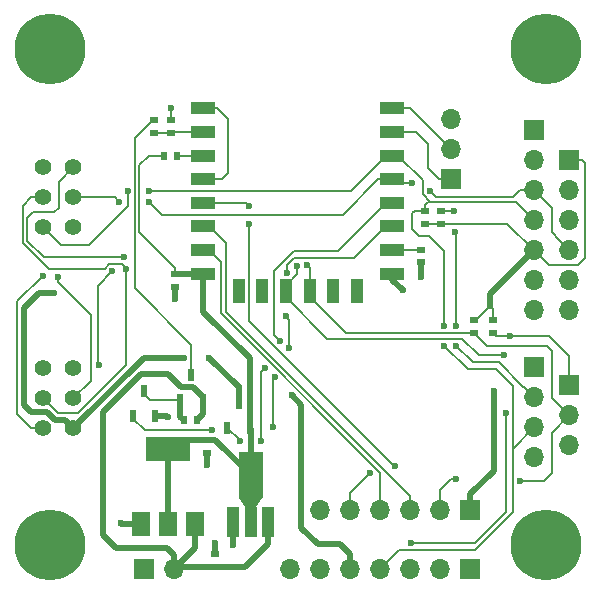
<source format=gbr>
G04 #@! TF.FileFunction,Copper,L1,Top,Signal*
%FSLAX46Y46*%
G04 Gerber Fmt 4.6, Leading zero omitted, Abs format (unit mm)*
G04 Created by KiCad (PCBNEW 4.0.2+dfsg1-stable) date Sa 30 Sep 2017 16:39:42 CEST*
%MOMM*%
G01*
G04 APERTURE LIST*
%ADD10C,0.100000*%
%ADD11R,0.698500X0.599440*%
%ADD12C,6.000000*%
%ADD13R,1.700000X1.700000*%
%ADD14O,1.700000X1.700000*%
%ADD15R,0.599440X1.000760*%
%ADD16R,0.599440X0.698500*%
%ADD17R,2.000000X1.000000*%
%ADD18R,1.000000X2.000000*%
%ADD19R,1.000000X2.500000*%
%ADD20R,2.000000X4.000000*%
%ADD21R,3.800000X2.000000*%
%ADD22R,1.500000X2.000000*%
%ADD23C,1.422400*%
%ADD24C,0.600000*%
%ADD25C,0.500000*%
%ADD26C,0.200000*%
G04 APERTURE END LIST*
D10*
D11*
X114600000Y-74100000D03*
X114600000Y-73002720D03*
X118000000Y-96751360D03*
X118000000Y-97848640D03*
X117300000Y-88148640D03*
X117300000Y-87051360D03*
D12*
X104000000Y-54000000D03*
X146000000Y-54000000D03*
X146000000Y-96000000D03*
X104000000Y-96000000D03*
D13*
X138000000Y-65000000D03*
D14*
X138000000Y-62460000D03*
X138000000Y-59920000D03*
D13*
X148000000Y-82460000D03*
D14*
X148000000Y-85000000D03*
X148000000Y-87540000D03*
D13*
X145000000Y-80920000D03*
D14*
X145000000Y-83460000D03*
X145000000Y-86000000D03*
X145000000Y-88540000D03*
D13*
X148000000Y-63380000D03*
D14*
X148000000Y-65920000D03*
X148000000Y-68460000D03*
X148000000Y-71000000D03*
X148000000Y-73540000D03*
X148000000Y-76080000D03*
D13*
X145000000Y-60840000D03*
D14*
X145000000Y-63380000D03*
X145000000Y-65920000D03*
X145000000Y-68460000D03*
X145000000Y-71000000D03*
X145000000Y-73540000D03*
X145000000Y-76080000D03*
D13*
X139620000Y-93000000D03*
D14*
X137080000Y-93000000D03*
X134540000Y-93000000D03*
X132000000Y-93000000D03*
X129460000Y-93000000D03*
X126920000Y-93000000D03*
D13*
X139620000Y-98000000D03*
D14*
X137080000Y-98000000D03*
X134540000Y-98000000D03*
X132000000Y-98000000D03*
X129460000Y-98000000D03*
X126920000Y-98000000D03*
X124380000Y-98000000D03*
D13*
X112000000Y-98000000D03*
D14*
X114540000Y-98000000D03*
D15*
X111047500Y-85056640D03*
X112000000Y-82943360D03*
X112952500Y-85056640D03*
X115047500Y-83656640D03*
X116000000Y-81543360D03*
X116952500Y-83656640D03*
X119047500Y-86056640D03*
X120000000Y-83943360D03*
X120952500Y-86056640D03*
D11*
X135400000Y-72048640D03*
X135400000Y-70951360D03*
X112800000Y-61048640D03*
X112800000Y-59951360D03*
D16*
X113651360Y-63000000D03*
X114748640Y-63000000D03*
D11*
X114300000Y-59951360D03*
X114300000Y-61048640D03*
X139900000Y-78048640D03*
X139900000Y-76951360D03*
X141500000Y-78048640D03*
X141500000Y-76951360D03*
D16*
X115351360Y-85400000D03*
X116448640Y-85400000D03*
D11*
X135800000Y-67651360D03*
X135800000Y-68748640D03*
X137100000Y-67651360D03*
X137100000Y-68748640D03*
D17*
X117000000Y-73000000D03*
X117000000Y-71000000D03*
X117000000Y-69000000D03*
X117000000Y-67000000D03*
X117000000Y-65000000D03*
X117000000Y-63000000D03*
X117000000Y-61000000D03*
X117000000Y-59000000D03*
D18*
X120000000Y-74500000D03*
X122000000Y-74500000D03*
X124000000Y-74500000D03*
X126000000Y-74500000D03*
X128000000Y-74500000D03*
X130000000Y-74500000D03*
D17*
X133000000Y-73000000D03*
X133000000Y-71000000D03*
X133000000Y-69000000D03*
X133000000Y-67000000D03*
X133000000Y-65000000D03*
X133000000Y-63000000D03*
X133000000Y-61000000D03*
X133000000Y-59000000D03*
D19*
X119500000Y-93980000D03*
X121000000Y-93980000D03*
X122500000Y-93980000D03*
D20*
X121000000Y-90020000D03*
D10*
G36*
X122000000Y-91995000D02*
X121500000Y-92745000D01*
X120500000Y-92745000D01*
X120000000Y-91995000D01*
X122000000Y-91995000D01*
X122000000Y-91995000D01*
G37*
D21*
X114000000Y-87850000D03*
D22*
X114000000Y-94150000D03*
X116300000Y-94150000D03*
X111700000Y-94150000D03*
D23*
X106000000Y-69080000D03*
X103460000Y-69080000D03*
X106000000Y-66540000D03*
X103460000Y-66540000D03*
X106000000Y-64000000D03*
X103460000Y-64000000D03*
X106000000Y-86080000D03*
X103460000Y-86080000D03*
X106000000Y-83540000D03*
X103460000Y-83540000D03*
X106000000Y-81000000D03*
X103460000Y-81000000D03*
D24*
X118000000Y-95800000D03*
X117300000Y-89200000D03*
X135400000Y-73300000D03*
X133900000Y-74400000D03*
X114600000Y-75100000D03*
X119500000Y-96000000D03*
X110000000Y-94100000D03*
X114000000Y-85100000D03*
X114300000Y-59000000D03*
X141300000Y-75700000D03*
X141600000Y-82900000D03*
X124500000Y-83300000D03*
X120000000Y-82600000D03*
X104400000Y-74600000D03*
X115399980Y-80100000D03*
X117500000Y-80100000D03*
X137400000Y-77400000D03*
X137400000Y-79100000D03*
X103400000Y-73200000D03*
X110599969Y-66000000D03*
X112400020Y-66000000D03*
X142599991Y-84789771D03*
X138300000Y-69500000D03*
X138400000Y-77400000D03*
X138400000Y-79100000D03*
X138200000Y-67700000D03*
X134700000Y-65300000D03*
X136200000Y-66000000D03*
X134600000Y-95799980D03*
X104700000Y-73300000D03*
X112400020Y-66900000D03*
X109900000Y-66900000D03*
X142500000Y-79899980D03*
X110474272Y-72574285D03*
X124975722Y-72324278D03*
X143000000Y-78300000D03*
X143800031Y-90523055D03*
X138400000Y-90400000D03*
X108200000Y-80700000D03*
X109300000Y-72800000D03*
X110300000Y-71600000D03*
X125800000Y-72300000D03*
X131142872Y-89857128D03*
X133200000Y-89300000D03*
X120900000Y-68800000D03*
X120900000Y-67300000D03*
X123042872Y-81757128D03*
X122900020Y-86000000D03*
X124100000Y-72900020D03*
X124000000Y-76600000D03*
X117705083Y-86254765D03*
X124300000Y-79300000D03*
X122242872Y-80957128D03*
X120100000Y-87200000D03*
X121900000Y-87200000D03*
X123500000Y-78700000D03*
D25*
X118000000Y-96751360D02*
X118000000Y-95800000D01*
X117300000Y-88148640D02*
X117300000Y-89200000D01*
X135400000Y-72048640D02*
X135400000Y-73300000D01*
X133000000Y-73000000D02*
X133000000Y-73500000D01*
X133000000Y-73500000D02*
X133900000Y-74400000D01*
X114600000Y-74100000D02*
X114600000Y-75100000D01*
X119500000Y-93980000D02*
X119500000Y-96000000D01*
X111700000Y-94150000D02*
X110050000Y-94150000D01*
X110050000Y-94150000D02*
X110000000Y-94100000D01*
X112952500Y-85056640D02*
X113956640Y-85056640D01*
X113956640Y-85056640D02*
X114000000Y-85100000D01*
D26*
X114300000Y-59951360D02*
X114300000Y-59000000D01*
D25*
X121000000Y-92370000D02*
X121000000Y-90020000D01*
X121000000Y-93980000D02*
X121000000Y-92370000D01*
D26*
X111600000Y-63800000D02*
X112400000Y-63000000D01*
X112400000Y-63000000D02*
X113651360Y-63000000D01*
X111600000Y-69503000D02*
X111600000Y-63800000D01*
X114600000Y-73002720D02*
X114600000Y-72503000D01*
X114600000Y-72503000D02*
X111600000Y-69503000D01*
D25*
X114600000Y-73002720D02*
X116997280Y-73002720D01*
X116997280Y-73002720D02*
X117000000Y-73000000D01*
X120952500Y-80152500D02*
X117000000Y-76200000D01*
X117000000Y-76200000D02*
X117000000Y-73000000D01*
X120952500Y-86056640D02*
X120952500Y-80152500D01*
X114000000Y-94150000D02*
X114000000Y-92650000D01*
X114000000Y-92650000D02*
X114000000Y-87850000D01*
X121000000Y-90020000D02*
X121000000Y-86104140D01*
X121000000Y-86104140D02*
X120952500Y-86056640D01*
X117300000Y-87051360D02*
X118031360Y-87051360D01*
X118031360Y-87051360D02*
X121000000Y-90020000D01*
X117300000Y-87051360D02*
X114798640Y-87051360D01*
X114798640Y-87051360D02*
X114000000Y-87850000D01*
X114540000Y-98000000D02*
X114540000Y-96797919D01*
X114540000Y-96797919D02*
X113942081Y-96200000D01*
X113942081Y-96200000D02*
X109600000Y-96200000D01*
X109600000Y-96200000D02*
X108500000Y-95100000D01*
X108500000Y-95100000D02*
X108500000Y-84700000D01*
X114000000Y-81500000D02*
X115100000Y-82600000D01*
X108500000Y-84700000D02*
X111700000Y-81500000D01*
X116096520Y-82600000D02*
X116952500Y-83455980D01*
X111700000Y-81500000D02*
X114000000Y-81500000D01*
X115100000Y-82600000D02*
X116096520Y-82600000D01*
X116952500Y-83455980D02*
X116952500Y-83656640D01*
X120551360Y-97848640D02*
X122500000Y-95900000D01*
X122500000Y-95900000D02*
X122500000Y-93980000D01*
X118000000Y-97848640D02*
X120551360Y-97848640D01*
X114540000Y-98000000D02*
X116300000Y-96240000D01*
X116300000Y-96240000D02*
X116300000Y-94150000D01*
X118000000Y-97848640D02*
X114691360Y-97848640D01*
X114691360Y-97848640D02*
X114540000Y-98000000D01*
X116952500Y-83656640D02*
X116952500Y-84896140D01*
X116952500Y-84896140D02*
X116448640Y-85400000D01*
D26*
X138000000Y-65000000D02*
X136950000Y-65000000D01*
X136950000Y-65000000D02*
X136000000Y-64050000D01*
X135000000Y-61000000D02*
X133000000Y-61000000D01*
X136000000Y-64050000D02*
X136000000Y-62000000D01*
X136000000Y-62000000D02*
X135000000Y-61000000D01*
X138000000Y-62460000D02*
X134540000Y-59000000D01*
X134540000Y-59000000D02*
X133000000Y-59000000D01*
X137100000Y-68748640D02*
X142748640Y-68748640D01*
X142748640Y-68748640D02*
X145000000Y-71000000D01*
X135800000Y-68748640D02*
X137100000Y-68748640D01*
X139900000Y-76951360D02*
X140048640Y-76951360D01*
X140048640Y-76951360D02*
X141300000Y-75700000D01*
X141500000Y-76951360D02*
X141500000Y-75900000D01*
X141500000Y-75900000D02*
X141300000Y-75700000D01*
X149300000Y-71700000D02*
X149300000Y-63630000D01*
X149300000Y-63630000D02*
X149050000Y-63380000D01*
X149050000Y-63380000D02*
X148000000Y-63380000D01*
X148700000Y-72300000D02*
X149300000Y-71700000D01*
X146300000Y-72300000D02*
X148700000Y-72300000D01*
X145000000Y-71000000D02*
X146300000Y-72300000D01*
D25*
X141300000Y-75700000D02*
X141300000Y-74700000D01*
X141300000Y-74700000D02*
X145000000Y-71000000D01*
X141600000Y-89670000D02*
X141600000Y-82900000D01*
X139620000Y-93000000D02*
X139620000Y-91650000D01*
X139620000Y-91650000D02*
X141600000Y-89670000D01*
X128600000Y-95900000D02*
X129460000Y-96760000D01*
X129460000Y-96760000D02*
X129460000Y-98000000D01*
X126700000Y-95900000D02*
X128600000Y-95900000D01*
X125300000Y-94500000D02*
X126700000Y-95900000D01*
X125300000Y-84100000D02*
X125300000Y-94500000D01*
X124500000Y-83300000D02*
X125300000Y-84100000D01*
X101800000Y-75900000D02*
X103100000Y-74600000D01*
X103100000Y-74600000D02*
X104400000Y-74600000D01*
X101800000Y-84100000D02*
X101800000Y-75900000D01*
X102401201Y-84701201D02*
X101800000Y-84100000D01*
X106000000Y-86080000D02*
X105288801Y-85368801D01*
X105288801Y-85368801D02*
X104467379Y-85368801D01*
X103799779Y-84701201D02*
X102401201Y-84701201D01*
X104467379Y-85368801D02*
X103799779Y-84701201D01*
X111980000Y-80100000D02*
X114975716Y-80100000D01*
X114975716Y-80100000D02*
X115399980Y-80100000D01*
X106000000Y-86080000D02*
X111980000Y-80100000D01*
X120000000Y-83943360D02*
X120000000Y-82600000D01*
X120000000Y-82600000D02*
X117500000Y-80100000D01*
D26*
X134700000Y-67900000D02*
X134948640Y-67651360D01*
X134948640Y-67651360D02*
X135800000Y-67651360D01*
X134700000Y-69200000D02*
X134700000Y-67900000D01*
X135300000Y-69800000D02*
X134700000Y-69200000D01*
X136100000Y-69800000D02*
X135300000Y-69800000D01*
X137400000Y-71100000D02*
X136100000Y-69800000D01*
X137400000Y-77400000D02*
X137400000Y-71100000D01*
X141800000Y-81100000D02*
X139400000Y-81100000D01*
X139400000Y-81100000D02*
X137400000Y-79100000D01*
X143200011Y-82500011D02*
X141800000Y-81100000D01*
X143200011Y-87799989D02*
X143200011Y-82500011D01*
X135800000Y-67651360D02*
X135800000Y-67151640D01*
X135800000Y-67151640D02*
X136051629Y-66900011D01*
X136051629Y-66900011D02*
X136212007Y-66900011D01*
X135599998Y-66288002D02*
X136212007Y-66900011D01*
X135599998Y-65099998D02*
X135599998Y-66288002D01*
X133500000Y-63000000D02*
X135599998Y-65099998D01*
X133000000Y-63000000D02*
X133500000Y-63000000D01*
X144150001Y-67610001D02*
X145000000Y-68460000D01*
X143440011Y-66900011D02*
X144150001Y-67610001D01*
X136212007Y-66900011D02*
X143440011Y-66900011D01*
X133600000Y-96400000D02*
X132849999Y-97150001D01*
X132849999Y-97150001D02*
X132000000Y-98000000D01*
X145000000Y-86000000D02*
X143200011Y-87799989D01*
X143200011Y-87799989D02*
X143200011Y-93165689D01*
X143200011Y-93165689D02*
X139965700Y-96400000D01*
X139965700Y-96400000D02*
X133600000Y-96400000D01*
X144908640Y-68551360D02*
X145000000Y-68460000D01*
X101249989Y-84875777D02*
X102454212Y-86080000D01*
X101249989Y-75350011D02*
X101249989Y-84875777D01*
X103400000Y-73200000D02*
X101249989Y-75350011D01*
X102454212Y-86080000D02*
X103460000Y-86080000D01*
X110599969Y-66424264D02*
X110599969Y-66000000D01*
X110599969Y-67300031D02*
X110599969Y-66424264D01*
X133000000Y-63000000D02*
X132500000Y-63000000D01*
X107300000Y-70600000D02*
X110599969Y-67300031D01*
X103460000Y-69080000D02*
X104980000Y-70600000D01*
X112824284Y-66000000D02*
X112400020Y-66000000D01*
X104980000Y-70600000D02*
X107300000Y-70600000D01*
X132500000Y-63000000D02*
X129500000Y-66000000D01*
X129500000Y-66000000D02*
X112824284Y-66000000D01*
X142599991Y-85214035D02*
X142599991Y-84789771D01*
X142599991Y-93200009D02*
X142599991Y-85214035D01*
X140000020Y-95799980D02*
X142599991Y-93200009D01*
X134600000Y-95799980D02*
X140000020Y-95799980D01*
X138400000Y-77400000D02*
X138400000Y-69600000D01*
X138400000Y-69600000D02*
X138300000Y-69500000D01*
X142000000Y-80500000D02*
X139800000Y-80500000D01*
X139800000Y-80500000D02*
X138400000Y-79100000D01*
X144110001Y-82610001D02*
X142000000Y-80500000D01*
X145000000Y-83460000D02*
X144150001Y-82610001D01*
X144150001Y-82610001D02*
X144110001Y-82610001D01*
X138200000Y-67700000D02*
X137148640Y-67700000D01*
X137148640Y-67700000D02*
X137100000Y-67651360D01*
X134700000Y-65300000D02*
X133300000Y-65300000D01*
X133300000Y-65300000D02*
X133000000Y-65000000D01*
X143217919Y-66500000D02*
X136700000Y-66500000D01*
X136700000Y-66500000D02*
X136200000Y-66000000D01*
X145000000Y-65920000D02*
X143797919Y-65920000D01*
X143797919Y-65920000D02*
X143217919Y-66500000D01*
X145000000Y-65920000D02*
X146500000Y-67420000D01*
X146500000Y-67420000D02*
X146500000Y-69500000D01*
X146500000Y-69500000D02*
X147150001Y-70150001D01*
X147150001Y-70150001D02*
X148000000Y-71000000D01*
X107500000Y-76524264D02*
X107500000Y-82040000D01*
X107500000Y-82040000D02*
X106000000Y-83540000D01*
X104700000Y-73300000D02*
X104700000Y-73724264D01*
X104700000Y-73724264D02*
X107500000Y-76524264D01*
X113500020Y-68000000D02*
X112700019Y-67199999D01*
X112700019Y-67199999D02*
X112400020Y-66900000D01*
X131800000Y-65000000D02*
X128800000Y-68000000D01*
X128800000Y-68000000D02*
X113500020Y-68000000D01*
X133000000Y-65000000D02*
X131800000Y-65000000D01*
X109900000Y-66900000D02*
X109540000Y-66540000D01*
X109540000Y-66540000D02*
X106000000Y-66540000D01*
X144871360Y-66048640D02*
X145000000Y-65920000D01*
X137111998Y-78499998D02*
X138911998Y-78499998D01*
X137111996Y-78500000D02*
X137111998Y-78499998D01*
X127500000Y-78500000D02*
X137111996Y-78500000D01*
X142075736Y-79899980D02*
X142500000Y-79899980D01*
X140311980Y-79899980D02*
X142075736Y-79899980D01*
X124000000Y-75000000D02*
X127500000Y-78500000D01*
X138911998Y-78499998D02*
X140311980Y-79899980D01*
X124000000Y-74500000D02*
X124000000Y-75000000D01*
X110174273Y-72274286D02*
X110474272Y-72574285D01*
X103460000Y-66540000D02*
X102454212Y-66540000D01*
X109011999Y-72199999D02*
X110099986Y-72199999D01*
X110099986Y-72199999D02*
X110174273Y-72274286D01*
X103908585Y-72574285D02*
X108637713Y-72574285D01*
X108637713Y-72574285D02*
X109011999Y-72199999D01*
X101699989Y-67294223D02*
X101699989Y-70365689D01*
X104720000Y-84800000D02*
X106400000Y-84800000D01*
X102454212Y-66540000D02*
X101699989Y-67294223D01*
X103460000Y-83540000D02*
X104720000Y-84800000D01*
X110474272Y-80725728D02*
X110474272Y-72998549D01*
X110474272Y-72998549D02*
X110474272Y-72574285D01*
X101699989Y-70365689D02*
X103908585Y-72574285D01*
X106400000Y-84800000D02*
X110474272Y-80725728D01*
X124975722Y-72748542D02*
X124975722Y-72324278D01*
X124975722Y-73024278D02*
X124975722Y-72748542D01*
X124000000Y-74000000D02*
X124975722Y-73024278D01*
X124000000Y-74500000D02*
X124000000Y-74000000D01*
X146300000Y-78300000D02*
X148000000Y-80000000D01*
X148000000Y-80000000D02*
X148000000Y-82460000D01*
X143000000Y-78300000D02*
X146300000Y-78300000D01*
X143000000Y-78300000D02*
X141751360Y-78300000D01*
X141751360Y-78300000D02*
X141500000Y-78048640D01*
X146500000Y-89900000D02*
X145876945Y-90523055D01*
X145876945Y-90523055D02*
X144224295Y-90523055D01*
X146500000Y-86500000D02*
X146500000Y-89900000D01*
X148000000Y-85000000D02*
X146500000Y-86500000D01*
X144224295Y-90523055D02*
X143800031Y-90523055D01*
X138400000Y-90400000D02*
X137975736Y-90400000D01*
X137975736Y-90400000D02*
X137080000Y-91295736D01*
X137080000Y-91295736D02*
X137080000Y-91797919D01*
X137080000Y-91797919D02*
X137080000Y-93000000D01*
X108100000Y-74000000D02*
X108100000Y-80600000D01*
X108100000Y-80600000D02*
X108200000Y-80700000D01*
X109300000Y-72800000D02*
X108100000Y-74000000D01*
X104800000Y-67400000D02*
X104800000Y-65200000D01*
X104800000Y-65200000D02*
X106000000Y-64000000D01*
X104400000Y-67800000D02*
X104800000Y-67400000D01*
X102600000Y-67800000D02*
X104400000Y-67800000D01*
X102100000Y-68300000D02*
X102600000Y-67800000D01*
X102100000Y-70200000D02*
X102100000Y-68300000D01*
X103500000Y-71600000D02*
X102100000Y-70200000D01*
X110300000Y-71600000D02*
X103500000Y-71600000D01*
X126000000Y-74500000D02*
X126000000Y-72500000D01*
X126000000Y-72500000D02*
X125800000Y-72300000D01*
X139900000Y-78048640D02*
X139949530Y-78048640D01*
X139949530Y-78048640D02*
X141000890Y-79100000D01*
X141000890Y-79100000D02*
X146100000Y-79100000D01*
X146100000Y-79100000D02*
X146500000Y-79500000D01*
X146500000Y-79500000D02*
X146500000Y-83500000D01*
X146500000Y-83500000D02*
X148000000Y-85000000D01*
X126000000Y-74500000D02*
X126000000Y-75000000D01*
X126000000Y-75000000D02*
X129048640Y-78048640D01*
X129048640Y-78048640D02*
X139350750Y-78048640D01*
X139350750Y-78048640D02*
X139900000Y-78048640D01*
X118900011Y-70400011D02*
X118900011Y-76200011D01*
X117000000Y-69000000D02*
X117500000Y-69000000D01*
X117500000Y-69000000D02*
X118900011Y-70400011D01*
X118900011Y-76200011D02*
X134497919Y-91797919D01*
X134497919Y-91797919D02*
X134540000Y-91797919D01*
X134540000Y-91797919D02*
X134540000Y-93000000D01*
X117500000Y-71000000D02*
X118500000Y-72000000D01*
X132000000Y-91797919D02*
X132000000Y-93000000D01*
X118500000Y-72000000D02*
X118500000Y-76365700D01*
X132000000Y-89865700D02*
X132000000Y-91797919D01*
X118500000Y-76365700D02*
X132000000Y-89865700D01*
X117000000Y-71000000D02*
X117500000Y-71000000D01*
X130842873Y-90157127D02*
X131142872Y-89857128D01*
X129460000Y-91540000D02*
X130842873Y-90157127D01*
X129460000Y-93000000D02*
X129460000Y-91540000D01*
X132900001Y-89000001D02*
X133200000Y-89300000D01*
X120900000Y-77000000D02*
X132900001Y-89000001D01*
X120900000Y-68800000D02*
X120900000Y-77000000D01*
X117000000Y-67000000D02*
X120600000Y-67000000D01*
X120600000Y-67000000D02*
X120900000Y-67300000D01*
X122900020Y-81899980D02*
X123042872Y-81757128D01*
X122900020Y-86000000D02*
X122900020Y-81899980D01*
X124100000Y-72475756D02*
X124100000Y-72900020D01*
X124100000Y-72275736D02*
X124100000Y-72475756D01*
X126088004Y-71700000D02*
X126088002Y-71699998D01*
X129800000Y-71700000D02*
X126088004Y-71700000D01*
X132500000Y-69000000D02*
X129800000Y-71700000D01*
X133000000Y-69000000D02*
X132500000Y-69000000D01*
X124675738Y-71699998D02*
X124100000Y-72275736D01*
X126088002Y-71699998D02*
X124675738Y-71699998D01*
X124299999Y-76899999D02*
X124000000Y-76600000D01*
X124300000Y-79300000D02*
X124299999Y-76899999D01*
X117705083Y-86254765D02*
X112044965Y-86254765D01*
X112044965Y-86254765D02*
X111047500Y-85257300D01*
X111047500Y-85257300D02*
X111047500Y-85056640D01*
X115047500Y-83656640D02*
X112512620Y-83656640D01*
X112512620Y-83656640D02*
X112000000Y-83144020D01*
X112000000Y-83144020D02*
X112000000Y-82943360D01*
D25*
X115047500Y-83656640D02*
X115047500Y-85096140D01*
X115047500Y-85096140D02*
X115351360Y-85400000D01*
D26*
X112750470Y-59951360D02*
X112800000Y-59951360D01*
X116000000Y-81543360D02*
X116000000Y-79000000D01*
X111199989Y-74199989D02*
X111199989Y-61501841D01*
X111199989Y-61501841D02*
X112750470Y-59951360D01*
X116000000Y-79000000D02*
X111199989Y-74199989D01*
X121942873Y-81257127D02*
X122242872Y-80957128D01*
X121900000Y-87200000D02*
X121900000Y-81300000D01*
X121900000Y-81300000D02*
X121942873Y-81257127D01*
X120100000Y-87200000D02*
X120100000Y-87109140D01*
X120100000Y-87109140D02*
X119047500Y-86056640D01*
X123000000Y-72800000D02*
X123000000Y-78200000D01*
X123000000Y-78200000D02*
X123500000Y-78700000D01*
X124700000Y-71100000D02*
X123000000Y-72800000D01*
X128400000Y-71100000D02*
X124700000Y-71100000D01*
X133000000Y-67000000D02*
X132500000Y-67000000D01*
X132500000Y-67000000D02*
X128400000Y-71100000D01*
X133000000Y-71000000D02*
X135351360Y-71000000D01*
X135351360Y-71000000D02*
X135400000Y-70951360D01*
X114300000Y-61048640D02*
X112800000Y-61048640D01*
X117000000Y-61000000D02*
X114348640Y-61000000D01*
X114348640Y-61000000D02*
X114300000Y-61048640D01*
X114748640Y-63000000D02*
X117000000Y-63000000D01*
X119100000Y-64500000D02*
X118600000Y-65000000D01*
X118600000Y-65000000D02*
X117000000Y-65000000D01*
X119100000Y-59900000D02*
X119100000Y-64500000D01*
X117000000Y-59000000D02*
X118200000Y-59000000D01*
X118200000Y-59000000D02*
X119100000Y-59900000D01*
M02*

</source>
